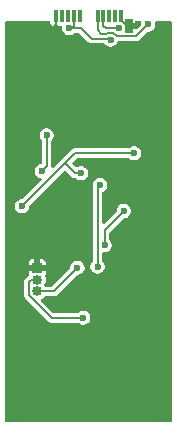
<source format=gbr>
%TF.GenerationSoftware,KiCad,Pcbnew,9.0.6*%
%TF.CreationDate,2025-12-04T22:18:03-08:00*%
%TF.ProjectId,Dev Board,44657620-426f-4617-9264-2e6b69636164,rev?*%
%TF.SameCoordinates,Original*%
%TF.FileFunction,Copper,L2,Bot*%
%TF.FilePolarity,Positive*%
%FSLAX46Y46*%
G04 Gerber Fmt 4.6, Leading zero omitted, Abs format (unit mm)*
G04 Created by KiCad (PCBNEW 9.0.6) date 2025-12-04 22:18:03*
%MOMM*%
%LPD*%
G01*
G04 APERTURE LIST*
%TA.AperFunction,SMDPad,CuDef*%
%ADD10R,0.380000X1.000000*%
%TD*%
%TA.AperFunction,SMDPad,CuDef*%
%ADD11R,0.700000X1.150000*%
%TD*%
%TA.AperFunction,ComponentPad*%
%ADD12R,0.850000X0.850000*%
%TD*%
%TA.AperFunction,ComponentPad*%
%ADD13C,0.850000*%
%TD*%
%TA.AperFunction,ViaPad*%
%ADD14C,0.600000*%
%TD*%
%TA.AperFunction,Conductor*%
%ADD15C,0.200000*%
%TD*%
G04 APERTURE END LIST*
D10*
%TO.P,P2,B1,GND*%
%TO.N,GND*%
X140000000Y-103400000D03*
%TO.P,P2,B2*%
%TO.N,N/C*%
X139500000Y-103400000D03*
%TO.P,P2,B3*%
X139000000Y-103400000D03*
%TO.P,P2,B4,VBUS*%
%TO.N,VBUS*%
X138500000Y-103400000D03*
%TO.P,P2,B5,VCONN*%
%TO.N,Net-(P2-VCONN)*%
X138000000Y-103400000D03*
%TO.P,P2,B8*%
%TO.N,N/C*%
X136500000Y-103400000D03*
%TO.P,P2,B9,VBUS*%
%TO.N,VBUS*%
X136000000Y-103400000D03*
%TO.P,P2,B10*%
%TO.N,N/C*%
X135500000Y-103400000D03*
%TO.P,P2,B11*%
X135000000Y-103400000D03*
%TO.P,P2,B12,GND*%
%TO.N,GND*%
X134500000Y-103400000D03*
D11*
%TO.P,P2,S1,SHIELD*%
X140670000Y-104240000D03*
%TD*%
D12*
%TO.P,J1,1,Pin_1*%
%TO.N,GND*%
X132900000Y-124700000D03*
D13*
%TO.P,J1,2,Pin_2*%
%TO.N,GPIO15*%
X132900000Y-125700000D03*
%TO.P,J1,3,Pin_3*%
%TO.N,GPIO0*%
X132900000Y-126700001D03*
%TD*%
D14*
%TO.N,GND*%
X141400000Y-104100000D03*
X141300000Y-108500000D03*
X134500000Y-106000000D03*
X140200000Y-112800000D03*
X134500000Y-120100000D03*
X142100000Y-116200000D03*
X137436765Y-117138235D03*
X141700000Y-120000000D03*
X143200000Y-120400000D03*
X138200000Y-126800000D03*
X142000000Y-131600000D03*
X136700000Y-132800000D03*
%TO.N,GPIO15*%
X136800000Y-128937502D03*
%TO.N,GPIO0*%
X136300000Y-124700000D03*
%TO.N,+3V3*%
X136600000Y-116700000D03*
X131600000Y-119500000D03*
X141100000Y-115000000D03*
%TO.N,VBUS*%
X139820000Y-104421528D03*
%TO.N,Net-(P2-VCONN)*%
X142300000Y-104100000D03*
%TO.N,VBUS*%
X139100000Y-105400000D03*
X135600000Y-104400002D03*
%TO.N,Net-(R6-Pad1)*%
X133700000Y-113500000D03*
X133300000Y-116500000D03*
%TO.N,+1V1*%
X138212091Y-117701689D03*
X138000000Y-124600000D03*
%TO.N,+3V3*%
X140225000Y-119900000D03*
X138600000Y-122793873D03*
%TD*%
D15*
%TO.N,GND*%
X140810000Y-104100000D02*
X140670000Y-104240000D01*
X141400000Y-104100000D02*
X140810000Y-104100000D01*
X134500000Y-106000000D02*
X134500000Y-103849942D01*
X134500000Y-103849942D02*
X134509000Y-103840942D01*
%TO.N,+1V1*%
X138000000Y-117913780D02*
X138000000Y-124600000D01*
X138212091Y-117701689D02*
X138000000Y-117913780D01*
%TO.N,GND*%
X140490058Y-104240000D02*
X139991000Y-103740942D01*
X140670000Y-104240000D02*
X140490058Y-104240000D01*
X142100000Y-116200000D02*
X138375000Y-116200000D01*
X138375000Y-116200000D02*
X137436765Y-117138235D01*
X143200000Y-120400000D02*
X142100000Y-120400000D01*
X142100000Y-120400000D02*
X141700000Y-120000000D01*
X138200000Y-127800000D02*
X142000000Y-131600000D01*
X138200000Y-126800000D02*
X138200000Y-127800000D01*
X137900000Y-131600000D02*
X142000000Y-131600000D01*
X136700000Y-132800000D02*
X137900000Y-131600000D01*
%TO.N,GPIO15*%
X132174000Y-127000721D02*
X134110781Y-128937502D01*
X132174000Y-125926000D02*
X132174000Y-127000721D01*
X132400000Y-125700000D02*
X132174000Y-125926000D01*
X134110781Y-128937502D02*
X136800000Y-128937502D01*
X132900000Y-125700000D02*
X132400000Y-125700000D01*
%TO.N,GPIO0*%
X134299999Y-126700001D02*
X136300000Y-124700000D01*
X132900000Y-126700001D02*
X134299999Y-126700001D01*
%TO.N,+3V3*%
X135250000Y-115850000D02*
X136100000Y-116700000D01*
X136100000Y-116700000D02*
X136600000Y-116700000D01*
X135250000Y-115850000D02*
X131600000Y-119500000D01*
X141100000Y-115000000D02*
X136100000Y-115000000D01*
X136100000Y-115000000D02*
X135250000Y-115850000D01*
%TO.N,VBUS*%
X139796472Y-104398000D02*
X139820000Y-104421528D01*
X138500000Y-104192000D02*
X138706000Y-104398000D01*
X138706000Y-104398000D02*
X139796472Y-104398000D01*
X138500000Y-103400000D02*
X138500000Y-104192000D01*
%TO.N,Net-(P2-VCONN)*%
X141284000Y-105116000D02*
X142300000Y-104100000D01*
X140019000Y-105116000D02*
X141284000Y-105116000D01*
X140003000Y-105100000D02*
X140019000Y-105116000D01*
X139649943Y-105100000D02*
X140003000Y-105100000D01*
X139348943Y-104799000D02*
X139649943Y-105100000D01*
X138851057Y-104799000D02*
X139348943Y-104799000D01*
X138009000Y-104609000D02*
X138299000Y-104899000D01*
X138000000Y-104192000D02*
X138009000Y-104201000D01*
X138009000Y-104201000D02*
X138009000Y-104609000D01*
X138299000Y-104899000D02*
X138751057Y-104899000D01*
X138751057Y-104899000D02*
X138851057Y-104799000D01*
X138000000Y-103400000D02*
X138000000Y-104192000D01*
%TO.N,VBUS*%
X135791998Y-104400002D02*
X135600000Y-104400002D01*
X136000000Y-104192000D02*
X135791998Y-104400002D01*
X136000000Y-103400000D02*
X136000000Y-104192000D01*
X136600002Y-104400002D02*
X135600000Y-104400002D01*
X137500000Y-105300000D02*
X136600002Y-104400002D01*
X138999996Y-105300000D02*
X137500000Y-105300000D01*
X139099996Y-105400000D02*
X138999996Y-105300000D01*
X139100000Y-105400000D02*
X139099996Y-105400000D01*
%TO.N,Net-(R6-Pad1)*%
X133700000Y-116100000D02*
X133700000Y-113500000D01*
X133300000Y-116500000D02*
X133700000Y-116100000D01*
%TO.N,+3V3*%
X140225000Y-119900000D02*
X138600000Y-121525000D01*
X138600000Y-121525000D02*
X138600000Y-122793873D01*
%TD*%
%TA.AperFunction,Conductor*%
%TO.N,GND*%
G36*
X133953040Y-103820185D02*
G01*
X133998795Y-103872989D01*
X134010001Y-103924500D01*
X134010001Y-103944785D01*
X134010002Y-103944808D01*
X134012908Y-103969869D01*
X134012909Y-103969873D01*
X134058211Y-104072474D01*
X134058214Y-104072479D01*
X134137520Y-104151785D01*
X134137525Y-104151788D01*
X134240123Y-104197089D01*
X134265205Y-104199999D01*
X134309999Y-104199999D01*
X134310000Y-104199998D01*
X134310000Y-104099388D01*
X134329685Y-104032349D01*
X134382489Y-103986594D01*
X134451647Y-103976650D01*
X134515203Y-104005675D01*
X134527332Y-104017748D01*
X134539790Y-104031990D01*
X134557794Y-104072765D01*
X134637235Y-104152206D01*
X134649798Y-104157753D01*
X134664072Y-104174071D01*
X134690000Y-104199999D01*
X134734784Y-104199999D01*
X134738360Y-104199792D01*
X134738365Y-104199889D01*
X134748950Y-104199325D01*
X134755530Y-104199385D01*
X134765135Y-104200500D01*
X134876166Y-104200499D01*
X134876645Y-104200504D01*
X134909558Y-104210499D01*
X134942539Y-104220183D01*
X134942929Y-104220633D01*
X134943500Y-104220807D01*
X134965779Y-104247003D01*
X134988294Y-104272987D01*
X134988437Y-104273645D01*
X134988765Y-104274031D01*
X134989159Y-104276963D01*
X134999500Y-104324499D01*
X134999500Y-104479059D01*
X135026688Y-104580524D01*
X135040423Y-104631785D01*
X135040426Y-104631792D01*
X135119475Y-104768711D01*
X135119479Y-104768716D01*
X135119480Y-104768718D01*
X135231284Y-104880522D01*
X135231286Y-104880523D01*
X135231290Y-104880526D01*
X135368209Y-104959575D01*
X135368216Y-104959579D01*
X135520943Y-105000502D01*
X135520945Y-105000502D01*
X135679055Y-105000502D01*
X135679057Y-105000502D01*
X135831784Y-104959579D01*
X135968716Y-104880522D01*
X136012417Y-104836821D01*
X136073740Y-104803336D01*
X136100098Y-104800502D01*
X136382747Y-104800502D01*
X136449786Y-104820187D01*
X136470428Y-104836821D01*
X137179519Y-105545912D01*
X137179520Y-105545913D01*
X137254087Y-105620480D01*
X137345413Y-105673207D01*
X137447273Y-105700500D01*
X138508504Y-105700500D01*
X138575543Y-105720185D01*
X138615891Y-105762500D01*
X138619480Y-105768716D01*
X138731284Y-105880520D01*
X138731286Y-105880521D01*
X138731290Y-105880524D01*
X138868209Y-105959573D01*
X138868216Y-105959577D01*
X139020943Y-106000500D01*
X139020945Y-106000500D01*
X139179055Y-106000500D01*
X139179057Y-106000500D01*
X139331784Y-105959577D01*
X139468716Y-105880520D01*
X139580520Y-105768716D01*
X139659577Y-105631784D01*
X139670128Y-105592405D01*
X139684621Y-105568629D01*
X139696190Y-105543297D01*
X139702556Y-105539205D01*
X139706494Y-105532746D01*
X139731537Y-105520580D01*
X139754968Y-105505523D01*
X139765716Y-105503977D01*
X139769341Y-105502217D01*
X139789903Y-105500500D01*
X139890235Y-105500500D01*
X139922327Y-105504724D01*
X139966273Y-105516500D01*
X139966275Y-105516500D01*
X141336725Y-105516500D01*
X141336727Y-105516500D01*
X141438588Y-105489207D01*
X141529913Y-105436480D01*
X142229574Y-104736819D01*
X142290897Y-104703334D01*
X142317255Y-104700500D01*
X142379055Y-104700500D01*
X142379057Y-104700500D01*
X142531784Y-104659577D01*
X142668716Y-104580520D01*
X142780520Y-104468716D01*
X142859577Y-104331784D01*
X142900500Y-104179057D01*
X142900500Y-104020943D01*
X142883257Y-103956591D01*
X142884920Y-103886744D01*
X142924082Y-103828881D01*
X142988311Y-103801377D01*
X143003032Y-103800500D01*
X144175500Y-103800500D01*
X144242539Y-103820185D01*
X144288294Y-103872989D01*
X144299500Y-103924500D01*
X144299500Y-137675500D01*
X144279815Y-137742539D01*
X144227011Y-137788294D01*
X144175500Y-137799500D01*
X130324500Y-137799500D01*
X130257461Y-137779815D01*
X130211706Y-137727011D01*
X130200500Y-137675500D01*
X130200500Y-125873271D01*
X131773500Y-125873271D01*
X131773500Y-127053447D01*
X131800793Y-127155310D01*
X131827156Y-127200971D01*
X131853520Y-127246634D01*
X133864868Y-129257982D01*
X133956193Y-129310709D01*
X134058054Y-129338002D01*
X136299902Y-129338002D01*
X136366941Y-129357687D01*
X136387583Y-129374321D01*
X136431284Y-129418022D01*
X136431286Y-129418023D01*
X136431290Y-129418026D01*
X136568209Y-129497075D01*
X136568216Y-129497079D01*
X136720943Y-129538002D01*
X136720945Y-129538002D01*
X136879055Y-129538002D01*
X136879057Y-129538002D01*
X137031784Y-129497079D01*
X137168716Y-129418022D01*
X137280520Y-129306218D01*
X137359577Y-129169286D01*
X137400500Y-129016559D01*
X137400500Y-128858445D01*
X137359577Y-128705718D01*
X137359573Y-128705711D01*
X137280524Y-128568792D01*
X137280518Y-128568784D01*
X137168717Y-128456983D01*
X137168709Y-128456977D01*
X137031790Y-128377928D01*
X137031786Y-128377926D01*
X137031784Y-128377925D01*
X136879057Y-128337002D01*
X136720943Y-128337002D01*
X136568216Y-128377925D01*
X136568209Y-128377928D01*
X136431290Y-128456977D01*
X136431282Y-128456983D01*
X136387583Y-128500683D01*
X136326260Y-128534168D01*
X136299902Y-128537002D01*
X134328036Y-128537002D01*
X134260997Y-128517317D01*
X134240355Y-128500683D01*
X133253949Y-127514277D01*
X133220464Y-127452954D01*
X133225448Y-127383262D01*
X133267320Y-127327329D01*
X133272715Y-127323511D01*
X133362479Y-127263533D01*
X133463532Y-127162480D01*
X133465437Y-127159628D01*
X133468124Y-127155609D01*
X133521737Y-127110804D01*
X133571225Y-127100501D01*
X134352724Y-127100501D01*
X134352726Y-127100501D01*
X134454587Y-127073208D01*
X134545912Y-127020481D01*
X136229573Y-125336818D01*
X136290896Y-125303334D01*
X136317254Y-125300500D01*
X136379055Y-125300500D01*
X136379057Y-125300500D01*
X136531784Y-125259577D01*
X136668716Y-125180520D01*
X136780520Y-125068716D01*
X136859577Y-124931784D01*
X136900500Y-124779057D01*
X136900500Y-124620943D01*
X136873705Y-124520943D01*
X137399500Y-124520943D01*
X137399500Y-124679057D01*
X137426295Y-124779055D01*
X137440423Y-124831783D01*
X137440426Y-124831790D01*
X137519475Y-124968709D01*
X137519479Y-124968714D01*
X137519480Y-124968716D01*
X137631284Y-125080520D01*
X137631286Y-125080521D01*
X137631290Y-125080524D01*
X137768209Y-125159573D01*
X137768216Y-125159577D01*
X137920943Y-125200500D01*
X137920945Y-125200500D01*
X138079055Y-125200500D01*
X138079057Y-125200500D01*
X138231784Y-125159577D01*
X138368716Y-125080520D01*
X138480520Y-124968716D01*
X138559577Y-124831784D01*
X138600500Y-124679057D01*
X138600500Y-124520943D01*
X138559577Y-124368216D01*
X138538258Y-124331290D01*
X138480524Y-124231290D01*
X138480518Y-124231282D01*
X138436819Y-124187583D01*
X138403334Y-124126260D01*
X138400500Y-124099902D01*
X138400500Y-123518373D01*
X138420185Y-123451334D01*
X138472989Y-123405579D01*
X138524500Y-123394373D01*
X138679055Y-123394373D01*
X138679057Y-123394373D01*
X138831784Y-123353450D01*
X138968716Y-123274393D01*
X139080520Y-123162589D01*
X139159577Y-123025657D01*
X139200500Y-122872930D01*
X139200500Y-122714816D01*
X139159577Y-122562089D01*
X139159573Y-122562082D01*
X139080524Y-122425163D01*
X139080518Y-122425155D01*
X139036819Y-122381456D01*
X139003334Y-122320133D01*
X139000500Y-122293775D01*
X139000500Y-121742255D01*
X139020185Y-121675216D01*
X139036819Y-121654574D01*
X140154574Y-120536819D01*
X140215897Y-120503334D01*
X140242255Y-120500500D01*
X140304055Y-120500500D01*
X140304057Y-120500500D01*
X140456784Y-120459577D01*
X140593716Y-120380520D01*
X140705520Y-120268716D01*
X140784577Y-120131784D01*
X140825500Y-119979057D01*
X140825500Y-119820943D01*
X140784577Y-119668216D01*
X140733101Y-119579056D01*
X140705524Y-119531290D01*
X140705518Y-119531282D01*
X140593717Y-119419481D01*
X140593709Y-119419475D01*
X140456790Y-119340426D01*
X140456786Y-119340424D01*
X140456784Y-119340423D01*
X140304057Y-119299500D01*
X140145943Y-119299500D01*
X139993216Y-119340423D01*
X139993209Y-119340426D01*
X139856290Y-119419475D01*
X139856282Y-119419481D01*
X139744481Y-119531282D01*
X139744475Y-119531290D01*
X139665426Y-119668209D01*
X139665423Y-119668216D01*
X139624500Y-119820943D01*
X139624500Y-119882745D01*
X139604815Y-119949784D01*
X139588181Y-119970426D01*
X138612181Y-120946426D01*
X138550858Y-120979911D01*
X138481166Y-120974927D01*
X138425233Y-120933055D01*
X138400816Y-120867591D01*
X138400500Y-120858745D01*
X138400500Y-118357900D01*
X138420185Y-118290861D01*
X138462500Y-118250512D01*
X138580807Y-118182209D01*
X138692611Y-118070405D01*
X138771668Y-117933473D01*
X138812591Y-117780746D01*
X138812591Y-117622632D01*
X138771668Y-117469905D01*
X138771664Y-117469898D01*
X138692615Y-117332979D01*
X138692609Y-117332971D01*
X138580808Y-117221170D01*
X138580800Y-117221164D01*
X138443881Y-117142115D01*
X138443877Y-117142113D01*
X138443875Y-117142112D01*
X138291148Y-117101189D01*
X138133034Y-117101189D01*
X137980307Y-117142112D01*
X137980300Y-117142115D01*
X137843381Y-117221164D01*
X137843373Y-117221170D01*
X137731572Y-117332971D01*
X137731566Y-117332979D01*
X137652517Y-117469898D01*
X137652514Y-117469905D01*
X137611591Y-117622632D01*
X137611591Y-117788873D01*
X137610889Y-117788873D01*
X137608314Y-117828156D01*
X137599500Y-117861053D01*
X137599500Y-117861056D01*
X137599500Y-124099902D01*
X137579815Y-124166941D01*
X137563181Y-124187583D01*
X137519481Y-124231282D01*
X137519475Y-124231290D01*
X137440426Y-124368209D01*
X137440423Y-124368216D01*
X137399500Y-124520943D01*
X136873705Y-124520943D01*
X136859577Y-124468216D01*
X136801843Y-124368216D01*
X136780524Y-124331290D01*
X136780518Y-124331282D01*
X136668717Y-124219481D01*
X136668709Y-124219475D01*
X136531790Y-124140426D01*
X136531786Y-124140424D01*
X136531784Y-124140423D01*
X136379057Y-124099500D01*
X136220943Y-124099500D01*
X136068216Y-124140423D01*
X136068209Y-124140426D01*
X135931290Y-124219475D01*
X135931282Y-124219481D01*
X135819481Y-124331282D01*
X135819475Y-124331290D01*
X135740426Y-124468209D01*
X135740423Y-124468216D01*
X135699500Y-124620943D01*
X135699500Y-124682745D01*
X135679815Y-124749784D01*
X135663181Y-124770426D01*
X134170425Y-126263182D01*
X134109102Y-126296667D01*
X134082744Y-126299501D01*
X133603965Y-126299501D01*
X133536926Y-126279816D01*
X133491171Y-126227012D01*
X133481227Y-126157854D01*
X133500863Y-126106610D01*
X133542925Y-126043659D01*
X133542925Y-126043658D01*
X133542929Y-126043653D01*
X133597619Y-125911620D01*
X133625500Y-125771455D01*
X133625500Y-125628545D01*
X133625500Y-125628542D01*
X133597620Y-125488385D01*
X133597619Y-125488384D01*
X133597619Y-125488380D01*
X133566207Y-125412546D01*
X133558739Y-125343082D01*
X133572993Y-125308363D01*
X133572146Y-125307989D01*
X133622088Y-125194879D01*
X133622089Y-125194875D01*
X133624999Y-125169794D01*
X133625000Y-125169791D01*
X133625000Y-124950000D01*
X132949728Y-124950000D01*
X133041614Y-124911940D01*
X133111940Y-124841614D01*
X133150000Y-124749728D01*
X133150000Y-124650272D01*
X133111940Y-124558386D01*
X133041614Y-124488060D01*
X132949728Y-124450000D01*
X133150000Y-124450000D01*
X133624999Y-124450000D01*
X133624999Y-124230214D01*
X133624997Y-124230191D01*
X133622091Y-124205130D01*
X133622090Y-124205126D01*
X133576788Y-124102525D01*
X133576785Y-124102520D01*
X133497479Y-124023214D01*
X133497474Y-124023211D01*
X133394876Y-123977910D01*
X133369794Y-123975000D01*
X133150000Y-123975000D01*
X133150000Y-124450000D01*
X132949728Y-124450000D01*
X132850272Y-124450000D01*
X132758386Y-124488060D01*
X132688060Y-124558386D01*
X132650000Y-124650272D01*
X132650000Y-124749728D01*
X132688060Y-124841614D01*
X132758386Y-124911940D01*
X132850272Y-124950000D01*
X132175001Y-124950000D01*
X132175001Y-125169785D01*
X132175002Y-125169808D01*
X132177908Y-125194869D01*
X132177910Y-125194876D01*
X132193418Y-125229999D01*
X132202488Y-125299277D01*
X132172664Y-125362462D01*
X132155476Y-125378454D01*
X132154087Y-125379519D01*
X131853522Y-125680084D01*
X131853518Y-125680090D01*
X131800794Y-125771410D01*
X131800792Y-125771414D01*
X131800502Y-125772497D01*
X131800501Y-125772496D01*
X131773500Y-125873271D01*
X130200500Y-125873271D01*
X130200500Y-124230205D01*
X132175000Y-124230205D01*
X132175000Y-124450000D01*
X132650000Y-124450000D01*
X132650000Y-123975000D01*
X132430214Y-123975000D01*
X132430191Y-123975002D01*
X132405130Y-123977908D01*
X132405126Y-123977909D01*
X132302525Y-124023211D01*
X132302520Y-124023214D01*
X132223214Y-124102520D01*
X132223211Y-124102525D01*
X132177910Y-124205122D01*
X132177910Y-124205124D01*
X132175000Y-124230205D01*
X130200500Y-124230205D01*
X130200500Y-119420943D01*
X130999500Y-119420943D01*
X130999500Y-119579056D01*
X131040423Y-119731783D01*
X131040426Y-119731790D01*
X131119475Y-119868709D01*
X131119479Y-119868714D01*
X131119480Y-119868716D01*
X131231284Y-119980520D01*
X131231286Y-119980521D01*
X131231290Y-119980524D01*
X131368209Y-120059573D01*
X131368216Y-120059577D01*
X131520943Y-120100500D01*
X131520945Y-120100500D01*
X131679055Y-120100500D01*
X131679057Y-120100500D01*
X131831784Y-120059577D01*
X131968716Y-119980520D01*
X132080520Y-119868716D01*
X132159577Y-119731784D01*
X132200500Y-119579057D01*
X132200500Y-119517253D01*
X132220185Y-119450214D01*
X132236814Y-119429577D01*
X135162320Y-116504070D01*
X135223641Y-116470587D01*
X135293333Y-116475571D01*
X135337677Y-116504070D01*
X135565391Y-116731783D01*
X135775179Y-116941571D01*
X135775189Y-116941582D01*
X135779519Y-116945912D01*
X135779520Y-116945913D01*
X135854087Y-117020480D01*
X135921805Y-117059577D01*
X135945413Y-117073207D01*
X136047274Y-117100501D01*
X136099903Y-117100501D01*
X136166942Y-117120186D01*
X136187584Y-117136820D01*
X136231284Y-117180520D01*
X136231286Y-117180521D01*
X136231290Y-117180524D01*
X136366063Y-117258334D01*
X136368216Y-117259577D01*
X136520943Y-117300500D01*
X136520945Y-117300500D01*
X136679055Y-117300500D01*
X136679057Y-117300500D01*
X136831784Y-117259577D01*
X136968716Y-117180520D01*
X137080520Y-117068716D01*
X137159577Y-116931784D01*
X137200500Y-116779057D01*
X137200500Y-116620943D01*
X137159577Y-116468216D01*
X137088966Y-116345913D01*
X137080524Y-116331290D01*
X137080518Y-116331282D01*
X136968717Y-116219481D01*
X136968709Y-116219475D01*
X136831790Y-116140426D01*
X136831786Y-116140424D01*
X136831784Y-116140423D01*
X136679057Y-116099500D01*
X136520943Y-116099500D01*
X136368216Y-116140423D01*
X136368215Y-116140423D01*
X136284894Y-116188528D01*
X136216993Y-116204999D01*
X136150967Y-116182147D01*
X136135214Y-116168821D01*
X135904073Y-115937680D01*
X135870588Y-115876357D01*
X135875572Y-115806665D01*
X135904071Y-115762320D01*
X136229573Y-115436819D01*
X136290896Y-115403334D01*
X136317254Y-115400500D01*
X140599902Y-115400500D01*
X140666941Y-115420185D01*
X140687583Y-115436819D01*
X140731284Y-115480520D01*
X140731286Y-115480521D01*
X140731290Y-115480524D01*
X140868209Y-115559573D01*
X140868216Y-115559577D01*
X141020943Y-115600500D01*
X141020945Y-115600500D01*
X141179055Y-115600500D01*
X141179057Y-115600500D01*
X141331784Y-115559577D01*
X141468716Y-115480520D01*
X141580520Y-115368716D01*
X141659577Y-115231784D01*
X141700500Y-115079057D01*
X141700500Y-114920943D01*
X141659577Y-114768216D01*
X141608369Y-114679520D01*
X141580524Y-114631290D01*
X141580518Y-114631282D01*
X141468717Y-114519481D01*
X141468709Y-114519475D01*
X141331790Y-114440426D01*
X141331786Y-114440424D01*
X141331784Y-114440423D01*
X141179057Y-114399500D01*
X141020943Y-114399500D01*
X140868216Y-114440423D01*
X140868209Y-114440426D01*
X140731290Y-114519475D01*
X140731282Y-114519481D01*
X140687583Y-114563181D01*
X140626260Y-114596666D01*
X140599902Y-114599500D01*
X136160339Y-114599500D01*
X136160323Y-114599499D01*
X136152727Y-114599499D01*
X136047274Y-114599499D01*
X135945413Y-114626793D01*
X135945411Y-114626793D01*
X135945411Y-114626794D01*
X135854084Y-114679522D01*
X135779518Y-114754089D01*
X134986646Y-115546960D01*
X134929521Y-115604086D01*
X134312181Y-116221426D01*
X134250858Y-116254911D01*
X134181166Y-116249927D01*
X134125233Y-116208055D01*
X134100816Y-116142591D01*
X134100500Y-116133745D01*
X134100500Y-114000098D01*
X134120185Y-113933059D01*
X134136819Y-113912417D01*
X134180520Y-113868716D01*
X134259577Y-113731784D01*
X134300500Y-113579057D01*
X134300500Y-113420943D01*
X134259577Y-113268216D01*
X134259573Y-113268209D01*
X134180524Y-113131290D01*
X134180518Y-113131282D01*
X134068717Y-113019481D01*
X134068709Y-113019475D01*
X133931790Y-112940426D01*
X133931786Y-112940424D01*
X133931784Y-112940423D01*
X133779057Y-112899500D01*
X133620943Y-112899500D01*
X133468216Y-112940423D01*
X133468209Y-112940426D01*
X133331290Y-113019475D01*
X133331282Y-113019481D01*
X133219481Y-113131282D01*
X133219475Y-113131290D01*
X133140426Y-113268209D01*
X133140423Y-113268216D01*
X133099500Y-113420943D01*
X133099500Y-113579056D01*
X133140423Y-113731783D01*
X133140426Y-113731790D01*
X133219475Y-113868709D01*
X133219481Y-113868717D01*
X133263181Y-113912417D01*
X133296666Y-113973740D01*
X133299500Y-114000098D01*
X133299500Y-115783302D01*
X133279815Y-115850341D01*
X133227011Y-115896096D01*
X133207595Y-115903076D01*
X133176654Y-115911367D01*
X133068214Y-115940423D01*
X133068209Y-115940426D01*
X132931290Y-116019475D01*
X132931282Y-116019481D01*
X132819481Y-116131282D01*
X132819475Y-116131290D01*
X132740426Y-116268209D01*
X132740423Y-116268216D01*
X132699500Y-116420943D01*
X132699500Y-116579057D01*
X132710724Y-116620943D01*
X132740423Y-116731783D01*
X132740426Y-116731790D01*
X132819475Y-116868709D01*
X132819479Y-116868714D01*
X132819480Y-116868716D01*
X132931284Y-116980520D01*
X132931286Y-116980521D01*
X132931290Y-116980524D01*
X133000497Y-117020480D01*
X133068216Y-117059577D01*
X133180817Y-117089748D01*
X133240476Y-117126112D01*
X133271005Y-117188959D01*
X133262710Y-117258334D01*
X133236403Y-117297203D01*
X131670426Y-118863181D01*
X131609103Y-118896666D01*
X131582745Y-118899500D01*
X131520943Y-118899500D01*
X131368216Y-118940423D01*
X131368209Y-118940426D01*
X131231290Y-119019475D01*
X131231282Y-119019481D01*
X131119481Y-119131282D01*
X131119475Y-119131290D01*
X131040426Y-119268209D01*
X131040423Y-119268216D01*
X130999500Y-119420943D01*
X130200500Y-119420943D01*
X130200500Y-103924500D01*
X130220185Y-103857461D01*
X130272989Y-103811706D01*
X130324500Y-103800500D01*
X133886001Y-103800500D01*
X133953040Y-103820185D01*
G37*
%TD.AperFunction*%
%TA.AperFunction,Conductor*%
G36*
X141620956Y-103807543D02*
G01*
X141645781Y-103810512D01*
X141653903Y-103817218D01*
X141664007Y-103820185D01*
X141680375Y-103839075D01*
X141699659Y-103854997D01*
X141702866Y-103865031D01*
X141709762Y-103872989D01*
X141713319Y-103897732D01*
X141720933Y-103921549D01*
X141719031Y-103937454D01*
X141719706Y-103942147D01*
X141716745Y-103956581D01*
X141699500Y-104020943D01*
X141699500Y-104020945D01*
X141699500Y-104082744D01*
X141679815Y-104149783D01*
X141663181Y-104170425D01*
X141379925Y-104453681D01*
X141318602Y-104487166D01*
X141292244Y-104490000D01*
X140544500Y-104490000D01*
X140477461Y-104470315D01*
X140431706Y-104417511D01*
X140420500Y-104366000D01*
X140420500Y-104342473D01*
X140420500Y-104342471D01*
X140379577Y-104189744D01*
X140371642Y-104176000D01*
X140355169Y-104108100D01*
X140378022Y-104042073D01*
X140432943Y-103998882D01*
X140479029Y-103990000D01*
X141319999Y-103990000D01*
X141319999Y-103924500D01*
X141339684Y-103857461D01*
X141392488Y-103811706D01*
X141443999Y-103800500D01*
X141534108Y-103800500D01*
X141596968Y-103800500D01*
X141620956Y-103807543D01*
G37*
%TD.AperFunction*%
%TD*%
M02*

</source>
